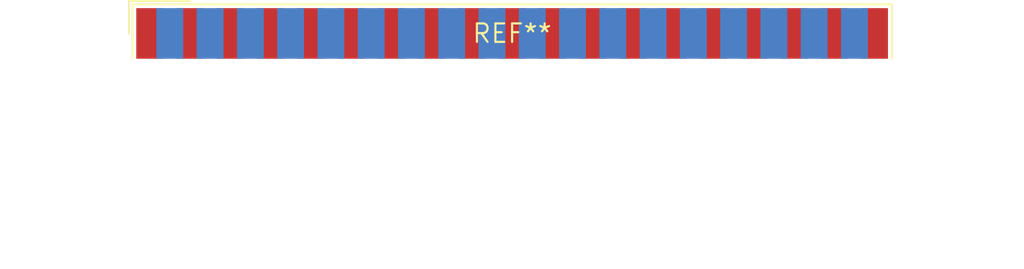
<source format=kicad_pcb>
(kicad_pcb (version 20240108) (generator pcbnew)
  (layers (0 "F.Cu" signal) (31 "B.Cu" signal) (34 "B.Paste" user) (35 "F.Paste" user) (36 "B.SilkS" user "B.Silkscreen") (37 "F.SilkS" user "F.Silkscreen") (38 "B.Mask" user) (39 "F.Mask" user) (44 "Edge.Cuts" user))
  (net 0 "")
  (footprint "DSUB-37_Male_EdgeMount_P2.77mm" (layer "F.Cu") (at 0 0)
    (property "Reference" "REF**")
    (property "Value" "DSUB-37_Male_EdgeMount_P2.77mm")
    (fp_line (start -26.353333 -2.24) (end -22.16 -2.24) (layer "F.SilkS") (stroke (width 0.12)))
    (fp_line (start -26.353333 0) (end -26.353333 -2.24) (layer "F.SilkS") (stroke (width 0.12)))
    (fp_line (start -26.113333 -2) (end -26.113333 1.74) (layer "F.SilkS") (stroke (width 0.12)))
    (fp_line (start 26.113333 -2) (end -26.113333 -2) (layer "F.SilkS") (stroke (width 0.12)))
    (fp_line (start 26.113333 1.74) (end 26.113333 -2) (layer "F.SilkS") (stroke (width 0.12)))
    (pad "1" smd rect (at -24.93 0) (size 1.846667 3.48) (layers "F.Cu" "F.Paste" "F.Mask"))
    (pad "2" smd rect (at -22.16 0) (size 1.846667 3.48) (layers "F.Cu" "F.Paste" "F.Mask"))
    (pad "3" smd rect (at -19.39 0) (size 1.846667 3.48) (layers "F.Cu" "F.Paste" "F.Mask"))
    (pad "4" smd rect (at -16.62 0) (size 1.846667 3.48) (layers "F.Cu" "F.Paste" "F.Mask"))
    (pad "5" smd rect (at -13.85 0) (size 1.846667 3.48) (layers "F.Cu" "F.Paste" "F.Mask"))
    (pad "6" smd rect (at -11.08 0) (size 1.846667 3.48) (layers "F.Cu" "F.Paste" "F.Mask"))
    (pad "7" smd rect (at -8.31 0) (size 1.846667 3.48) (layers "F.Cu" "F.Paste" "F.Mask"))
    (pad "8" smd rect (at -5.54 0) (size 1.846667 3.48) (layers "F.Cu" "F.Paste" "F.Mask"))
    (pad "9" smd rect (at -2.77 0) (size 1.846667 3.48) (layers "F.Cu" "F.Paste" "F.Mask"))
    (pad "10" smd rect (at 0 0) (size 1.846667 3.48) (layers "F.Cu" "F.Paste" "F.Mask"))
    (pad "11" smd rect (at 2.77 0) (size 1.846667 3.48) (layers "F.Cu" "F.Paste" "F.Mask"))
    (pad "12" smd rect (at 5.54 0) (size 1.846667 3.48) (layers "F.Cu" "F.Paste" "F.Mask"))
    (pad "13" smd rect (at 8.31 0) (size 1.846667 3.48) (layers "F.Cu" "F.Paste" "F.Mask"))
    (pad "14" smd rect (at 11.08 0) (size 1.846667 3.48) (layers "F.Cu" "F.Paste" "F.Mask"))
    (pad "15" smd rect (at 13.85 0) (size 1.846667 3.48) (layers "F.Cu" "F.Paste" "F.Mask"))
    (pad "16" smd rect (at 16.62 0) (size 1.846667 3.48) (layers "F.Cu" "F.Paste" "F.Mask"))
    (pad "17" smd rect (at 19.39 0) (size 1.846667 3.48) (layers "F.Cu" "F.Paste" "F.Mask"))
    (pad "18" smd rect (at 22.16 0) (size 1.846667 3.48) (layers "F.Cu" "F.Paste" "F.Mask"))
    (pad "19" smd rect (at 24.93 0) (size 1.846667 3.48) (layers "F.Cu" "F.Paste" "F.Mask"))
    (pad "20" smd rect (at -23.545 0) (size 1.846667 3.48) (layers "B.Cu" "B.Paste" "B.Mask"))
    (pad "21" smd rect (at -20.775 0) (size 1.846667 3.48) (layers "B.Cu" "B.Paste" "B.Mask"))
    (pad "22" smd rect (at -18.005 0) (size 1.846667 3.48) (layers "B.Cu" "B.Paste" "B.Mask"))
    (pad "23" smd rect (at -15.235 0) (size 1.846667 3.48) (layers "B.Cu" "B.Paste" "B.Mask"))
    (pad "24" smd rect (at -12.465 0) (size 1.846667 3.48) (layers "B.Cu" "B.Paste" "B.Mask"))
    (pad "25" smd rect (at -9.695 0) (size 1.846667 3.48) (layers "B.Cu" "B.Paste" "B.Mask"))
    (pad "26" smd rect (at -6.925 0) (size 1.846667 3.48) (layers "B.Cu" "B.Paste" "B.Mask"))
    (pad "27" smd rect (at -4.155 0) (size 1.846667 3.48) (layers "B.Cu" "B.Paste" "B.Mask"))
    (pad "28" smd rect (at -1.385 0) (size 1.846667 3.48) (layers "B.Cu" "B.Paste" "B.Mask"))
    (pad "29" smd rect (at 1.385 0) (size 1.846667 3.48) (layers "B.Cu" "B.Paste" "B.Mask"))
    (pad "30" smd rect (at 4.155 0) (size 1.846667 3.48) (layers "B.Cu" "B.Paste" "B.Mask"))
    (pad "31" smd rect (at 6.925 0) (size 1.846667 3.48) (layers "B.Cu" "B.Paste" "B.Mask"))
    (pad "32" smd rect (at 9.695 0) (size 1.846667 3.48) (layers "B.Cu" "B.Paste" "B.Mask"))
    (pad "33" smd rect (at 12.465 0) (size 1.846667 3.48) (layers "B.Cu" "B.Paste" "B.Mask"))
    (pad "34" smd rect (at 15.235 0) (size 1.846667 3.48) (layers "B.Cu" "B.Paste" "B.Mask"))
    (pad "35" smd rect (at 18.005 0) (size 1.846667 3.48) (layers "B.Cu" "B.Paste" "B.Mask"))
    (pad "36" smd rect (at 20.775 0) (size 1.846667 3.48) (layers "B.Cu" "B.Paste" "B.Mask"))
    (pad "37" smd rect (at 23.545 0) (size 1.846667 3.48) (layers "B.Cu" "B.Paste" "B.Mask"))
  )
)
</source>
